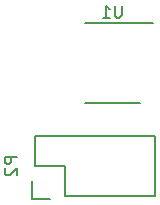
<source format=gbr>
G04 #@! TF.GenerationSoftware,KiCad,Pcbnew,no-vcs-found-7664~57~ubuntu16.10.1*
G04 #@! TF.CreationDate,2017-02-22T20:41:29+01:00*
G04 #@! TF.ProjectId,MysX2USB,4D797358325553422E6B696361645F70,rev?*
G04 #@! TF.FileFunction,Legend,Bot*
G04 #@! TF.FilePolarity,Positive*
%FSLAX46Y46*%
G04 Gerber Fmt 4.6, Leading zero omitted, Abs format (unit mm)*
G04 Created by KiCad (PCBNEW no-vcs-found-7664~57~ubuntu16.10.1) date Wed Feb 22 20:41:29 2017*
%MOMM*%
%LPD*%
G01*
G04 APERTURE LIST*
%ADD10C,0.100000*%
%ADD11C,0.150000*%
G04 APERTURE END LIST*
D10*
D11*
X120853200Y-126466600D02*
X128473200Y-126466600D01*
X128473200Y-126466600D02*
X128473200Y-121386600D01*
X128473200Y-121386600D02*
X118313200Y-121386600D01*
X118313200Y-121386600D02*
X118313200Y-123926600D01*
X118033200Y-125196600D02*
X118033200Y-126746600D01*
X118313200Y-123926600D02*
X120853200Y-123926600D01*
X120853200Y-123926600D02*
X120853200Y-126466600D01*
X118033200Y-126746600D02*
X119583200Y-126746600D01*
X127191400Y-111839400D02*
X127191400Y-111864400D01*
X122541400Y-111839400D02*
X122541400Y-111864400D01*
X122541400Y-118589400D02*
X122541400Y-118564400D01*
X127191400Y-118589400D02*
X127191400Y-118564400D01*
X127191400Y-111839400D02*
X122541400Y-111839400D01*
X127191400Y-118589400D02*
X122541400Y-118589400D01*
X127191400Y-111864400D02*
X128266400Y-111864400D01*
X116733580Y-123188504D02*
X115733580Y-123188504D01*
X115733580Y-123569457D01*
X115781200Y-123664695D01*
X115828819Y-123712314D01*
X115924057Y-123759933D01*
X116066914Y-123759933D01*
X116162152Y-123712314D01*
X116209771Y-123664695D01*
X116257390Y-123569457D01*
X116257390Y-123188504D01*
X115828819Y-124140885D02*
X115781200Y-124188504D01*
X115733580Y-124283742D01*
X115733580Y-124521838D01*
X115781200Y-124617076D01*
X115828819Y-124664695D01*
X115924057Y-124712314D01*
X116019295Y-124712314D01*
X116162152Y-124664695D01*
X116733580Y-124093266D01*
X116733580Y-124712314D01*
X125628304Y-110366780D02*
X125628304Y-111176304D01*
X125580685Y-111271542D01*
X125533066Y-111319161D01*
X125437828Y-111366780D01*
X125247352Y-111366780D01*
X125152114Y-111319161D01*
X125104495Y-111271542D01*
X125056876Y-111176304D01*
X125056876Y-110366780D01*
X124056876Y-111366780D02*
X124628304Y-111366780D01*
X124342590Y-111366780D02*
X124342590Y-110366780D01*
X124437828Y-110509638D01*
X124533066Y-110604876D01*
X124628304Y-110652495D01*
M02*

</source>
